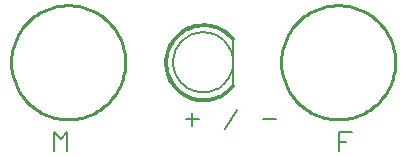
<source format=gto>
G75*
G70*
%OFA0B0*%
%FSLAX24Y24*%
%IPPOS*%
%LPD*%
%AMOC8*
5,1,8,0,0,1.08239X$1,22.5*
%
%ADD10C,0.0100*%
%ADD11C,0.0060*%
%ADD12C,0.0080*%
%ADD13C,0.0010*%
D10*
X001200Y005100D02*
X001202Y005193D01*
X001209Y005286D01*
X001221Y005379D01*
X001237Y005471D01*
X001257Y005562D01*
X001282Y005652D01*
X001311Y005740D01*
X001345Y005827D01*
X001382Y005912D01*
X001424Y005996D01*
X001470Y006077D01*
X001520Y006156D01*
X001574Y006232D01*
X001631Y006305D01*
X001692Y006376D01*
X001756Y006444D01*
X001824Y006508D01*
X001895Y006569D01*
X001968Y006626D01*
X002044Y006680D01*
X002123Y006730D01*
X002204Y006776D01*
X002288Y006818D01*
X002373Y006855D01*
X002460Y006889D01*
X002548Y006918D01*
X002638Y006943D01*
X002729Y006963D01*
X002821Y006979D01*
X002914Y006991D01*
X003007Y006998D01*
X003100Y007000D01*
X003193Y006998D01*
X003286Y006991D01*
X003379Y006979D01*
X003471Y006963D01*
X003562Y006943D01*
X003652Y006918D01*
X003740Y006889D01*
X003827Y006855D01*
X003912Y006818D01*
X003996Y006776D01*
X004077Y006730D01*
X004156Y006680D01*
X004232Y006626D01*
X004305Y006569D01*
X004376Y006508D01*
X004444Y006444D01*
X004508Y006376D01*
X004569Y006305D01*
X004626Y006232D01*
X004680Y006156D01*
X004730Y006077D01*
X004776Y005996D01*
X004818Y005912D01*
X004855Y005827D01*
X004889Y005740D01*
X004918Y005652D01*
X004943Y005562D01*
X004963Y005471D01*
X004979Y005379D01*
X004991Y005286D01*
X004998Y005193D01*
X005000Y005100D01*
X004998Y005007D01*
X004991Y004914D01*
X004979Y004821D01*
X004963Y004729D01*
X004943Y004638D01*
X004918Y004548D01*
X004889Y004460D01*
X004855Y004373D01*
X004818Y004288D01*
X004776Y004204D01*
X004730Y004123D01*
X004680Y004044D01*
X004626Y003968D01*
X004569Y003895D01*
X004508Y003824D01*
X004444Y003756D01*
X004376Y003692D01*
X004305Y003631D01*
X004232Y003574D01*
X004156Y003520D01*
X004077Y003470D01*
X003996Y003424D01*
X003912Y003382D01*
X003827Y003345D01*
X003740Y003311D01*
X003652Y003282D01*
X003562Y003257D01*
X003471Y003237D01*
X003379Y003221D01*
X003286Y003209D01*
X003193Y003202D01*
X003100Y003200D01*
X003007Y003202D01*
X002914Y003209D01*
X002821Y003221D01*
X002729Y003237D01*
X002638Y003257D01*
X002548Y003282D01*
X002460Y003311D01*
X002373Y003345D01*
X002288Y003382D01*
X002204Y003424D01*
X002123Y003470D01*
X002044Y003520D01*
X001968Y003574D01*
X001895Y003631D01*
X001824Y003692D01*
X001756Y003756D01*
X001692Y003824D01*
X001631Y003895D01*
X001574Y003968D01*
X001520Y004044D01*
X001470Y004123D01*
X001424Y004204D01*
X001382Y004288D01*
X001345Y004373D01*
X001311Y004460D01*
X001282Y004548D01*
X001257Y004638D01*
X001237Y004729D01*
X001221Y004821D01*
X001209Y004914D01*
X001202Y005007D01*
X001200Y005100D01*
X010200Y005100D02*
X010202Y005193D01*
X010209Y005286D01*
X010221Y005379D01*
X010237Y005471D01*
X010257Y005562D01*
X010282Y005652D01*
X010311Y005740D01*
X010345Y005827D01*
X010382Y005912D01*
X010424Y005996D01*
X010470Y006077D01*
X010520Y006156D01*
X010574Y006232D01*
X010631Y006305D01*
X010692Y006376D01*
X010756Y006444D01*
X010824Y006508D01*
X010895Y006569D01*
X010968Y006626D01*
X011044Y006680D01*
X011123Y006730D01*
X011204Y006776D01*
X011288Y006818D01*
X011373Y006855D01*
X011460Y006889D01*
X011548Y006918D01*
X011638Y006943D01*
X011729Y006963D01*
X011821Y006979D01*
X011914Y006991D01*
X012007Y006998D01*
X012100Y007000D01*
X012193Y006998D01*
X012286Y006991D01*
X012379Y006979D01*
X012471Y006963D01*
X012562Y006943D01*
X012652Y006918D01*
X012740Y006889D01*
X012827Y006855D01*
X012912Y006818D01*
X012996Y006776D01*
X013077Y006730D01*
X013156Y006680D01*
X013232Y006626D01*
X013305Y006569D01*
X013376Y006508D01*
X013444Y006444D01*
X013508Y006376D01*
X013569Y006305D01*
X013626Y006232D01*
X013680Y006156D01*
X013730Y006077D01*
X013776Y005996D01*
X013818Y005912D01*
X013855Y005827D01*
X013889Y005740D01*
X013918Y005652D01*
X013943Y005562D01*
X013963Y005471D01*
X013979Y005379D01*
X013991Y005286D01*
X013998Y005193D01*
X014000Y005100D01*
X013998Y005007D01*
X013991Y004914D01*
X013979Y004821D01*
X013963Y004729D01*
X013943Y004638D01*
X013918Y004548D01*
X013889Y004460D01*
X013855Y004373D01*
X013818Y004288D01*
X013776Y004204D01*
X013730Y004123D01*
X013680Y004044D01*
X013626Y003968D01*
X013569Y003895D01*
X013508Y003824D01*
X013444Y003756D01*
X013376Y003692D01*
X013305Y003631D01*
X013232Y003574D01*
X013156Y003520D01*
X013077Y003470D01*
X012996Y003424D01*
X012912Y003382D01*
X012827Y003345D01*
X012740Y003311D01*
X012652Y003282D01*
X012562Y003257D01*
X012471Y003237D01*
X012379Y003221D01*
X012286Y003209D01*
X012193Y003202D01*
X012100Y003200D01*
X012007Y003202D01*
X011914Y003209D01*
X011821Y003221D01*
X011729Y003237D01*
X011638Y003257D01*
X011548Y003282D01*
X011460Y003311D01*
X011373Y003345D01*
X011288Y003382D01*
X011204Y003424D01*
X011123Y003470D01*
X011044Y003520D01*
X010968Y003574D01*
X010895Y003631D01*
X010824Y003692D01*
X010756Y003756D01*
X010692Y003824D01*
X010631Y003895D01*
X010574Y003968D01*
X010520Y004044D01*
X010470Y004123D01*
X010424Y004204D01*
X010382Y004288D01*
X010345Y004373D01*
X010311Y004460D01*
X010282Y004548D01*
X010257Y004638D01*
X010237Y004729D01*
X010221Y004821D01*
X010209Y004914D01*
X010202Y005007D01*
X010200Y005100D01*
D11*
X002630Y002771D02*
X002630Y002130D01*
X003057Y002130D02*
X003057Y002771D01*
X002844Y002557D01*
X002630Y002771D01*
X007025Y003200D02*
X007452Y003200D01*
X007238Y002987D02*
X007238Y003414D01*
X008314Y002880D02*
X008741Y003521D01*
X009603Y003200D02*
X010030Y003200D01*
X012130Y002771D02*
X012130Y002130D01*
X012130Y002450D02*
X012344Y002450D01*
X012130Y002771D02*
X012557Y002771D01*
X006600Y005100D02*
X006602Y005163D01*
X006608Y005225D01*
X006618Y005287D01*
X006631Y005349D01*
X006649Y005409D01*
X006670Y005468D01*
X006695Y005526D01*
X006724Y005582D01*
X006756Y005636D01*
X006791Y005688D01*
X006829Y005737D01*
X006871Y005785D01*
X006915Y005829D01*
X006963Y005871D01*
X007012Y005909D01*
X007064Y005944D01*
X007118Y005976D01*
X007174Y006005D01*
X007232Y006030D01*
X007291Y006051D01*
X007351Y006069D01*
X007413Y006082D01*
X007475Y006092D01*
X007537Y006098D01*
X007600Y006100D01*
X007663Y006098D01*
X007725Y006092D01*
X007787Y006082D01*
X007849Y006069D01*
X007909Y006051D01*
X007968Y006030D01*
X008026Y006005D01*
X008082Y005976D01*
X008136Y005944D01*
X008188Y005909D01*
X008237Y005871D01*
X008285Y005829D01*
X008329Y005785D01*
X008371Y005737D01*
X008409Y005688D01*
X008444Y005636D01*
X008476Y005582D01*
X008505Y005526D01*
X008530Y005468D01*
X008551Y005409D01*
X008569Y005349D01*
X008582Y005287D01*
X008592Y005225D01*
X008598Y005163D01*
X008600Y005100D01*
X008598Y005037D01*
X008592Y004975D01*
X008582Y004913D01*
X008569Y004851D01*
X008551Y004791D01*
X008530Y004732D01*
X008505Y004674D01*
X008476Y004618D01*
X008444Y004564D01*
X008409Y004512D01*
X008371Y004463D01*
X008329Y004415D01*
X008285Y004371D01*
X008237Y004329D01*
X008188Y004291D01*
X008136Y004256D01*
X008082Y004224D01*
X008026Y004195D01*
X007968Y004170D01*
X007909Y004149D01*
X007849Y004131D01*
X007787Y004118D01*
X007725Y004108D01*
X007663Y004102D01*
X007600Y004100D01*
X007537Y004102D01*
X007475Y004108D01*
X007413Y004118D01*
X007351Y004131D01*
X007291Y004149D01*
X007232Y004170D01*
X007174Y004195D01*
X007118Y004224D01*
X007064Y004256D01*
X007012Y004291D01*
X006963Y004329D01*
X006915Y004371D01*
X006871Y004415D01*
X006829Y004463D01*
X006791Y004512D01*
X006756Y004564D01*
X006724Y004618D01*
X006695Y004674D01*
X006670Y004732D01*
X006649Y004791D01*
X006631Y004851D01*
X006618Y004913D01*
X006608Y004975D01*
X006602Y005037D01*
X006600Y005100D01*
D12*
X008600Y004350D02*
X008600Y005850D01*
D13*
X008632Y005880D02*
X008560Y005826D01*
X008561Y005827D02*
X008518Y005880D01*
X008473Y005931D01*
X008424Y005979D01*
X008373Y006024D01*
X008319Y006067D01*
X008263Y006106D01*
X008205Y006142D01*
X008145Y006175D01*
X008084Y006204D01*
X008020Y006229D01*
X007956Y006251D01*
X007890Y006270D01*
X007823Y006284D01*
X007756Y006295D01*
X007688Y006302D01*
X007620Y006305D01*
X007551Y006304D01*
X007483Y006299D01*
X007415Y006291D01*
X007348Y006278D01*
X007282Y006262D01*
X007217Y006242D01*
X007152Y006219D01*
X007090Y006192D01*
X007029Y006161D01*
X006970Y006127D01*
X006912Y006090D01*
X006857Y006049D01*
X006805Y006005D01*
X006755Y005959D01*
X006708Y005910D01*
X006663Y005858D01*
X006622Y005804D01*
X006583Y005747D01*
X006548Y005688D01*
X006517Y005628D01*
X006489Y005566D01*
X006464Y005502D01*
X006443Y005437D01*
X006426Y005371D01*
X006412Y005304D01*
X006403Y005236D01*
X006397Y005168D01*
X006395Y005100D01*
X006397Y005032D01*
X006403Y004964D01*
X006412Y004896D01*
X006426Y004829D01*
X006443Y004763D01*
X006464Y004698D01*
X006489Y004634D01*
X006517Y004572D01*
X006548Y004512D01*
X006583Y004453D01*
X006622Y004396D01*
X006663Y004342D01*
X006708Y004290D01*
X006755Y004241D01*
X006805Y004195D01*
X006857Y004151D01*
X006912Y004110D01*
X006970Y004073D01*
X007029Y004039D01*
X007090Y004008D01*
X007152Y003981D01*
X007217Y003958D01*
X007282Y003938D01*
X007348Y003922D01*
X007415Y003909D01*
X007483Y003901D01*
X007551Y003896D01*
X007620Y003895D01*
X007688Y003898D01*
X007756Y003905D01*
X007823Y003916D01*
X007890Y003930D01*
X007956Y003949D01*
X008020Y003971D01*
X008084Y003996D01*
X008145Y004025D01*
X008205Y004058D01*
X008263Y004094D01*
X008319Y004133D01*
X008373Y004176D01*
X008424Y004221D01*
X008473Y004269D01*
X008518Y004320D01*
X008561Y004373D01*
X008632Y004320D01*
X008633Y004319D01*
X008589Y004264D01*
X008541Y004211D01*
X008491Y004160D01*
X008438Y004113D01*
X008383Y004069D01*
X008325Y004027D01*
X008265Y003989D01*
X008204Y003954D01*
X008140Y003923D01*
X008075Y003895D01*
X008008Y003871D01*
X007940Y003850D01*
X007871Y003834D01*
X007801Y003821D01*
X007731Y003812D01*
X007660Y003806D01*
X007589Y003805D01*
X007518Y003808D01*
X007447Y003814D01*
X007377Y003824D01*
X007308Y003838D01*
X007239Y003856D01*
X007171Y003878D01*
X007105Y003903D01*
X007040Y003932D01*
X006977Y003965D01*
X006916Y004001D01*
X006857Y004040D01*
X006800Y004082D01*
X006745Y004127D01*
X006693Y004176D01*
X006644Y004227D01*
X006597Y004280D01*
X006554Y004337D01*
X006514Y004395D01*
X006477Y004456D01*
X006443Y004518D01*
X006413Y004582D01*
X006386Y004648D01*
X006363Y004715D01*
X006344Y004784D01*
X006329Y004853D01*
X006317Y004923D01*
X006309Y004994D01*
X006305Y005065D01*
X006305Y005135D01*
X006309Y005206D01*
X006317Y005277D01*
X006329Y005347D01*
X006344Y005416D01*
X006363Y005485D01*
X006386Y005552D01*
X006413Y005618D01*
X006443Y005682D01*
X006477Y005744D01*
X006514Y005805D01*
X006554Y005863D01*
X006597Y005920D01*
X006644Y005973D01*
X006693Y006024D01*
X006745Y006073D01*
X006800Y006118D01*
X006857Y006160D01*
X006916Y006199D01*
X006977Y006235D01*
X007040Y006268D01*
X007105Y006297D01*
X007171Y006322D01*
X007239Y006344D01*
X007308Y006362D01*
X007377Y006376D01*
X007447Y006386D01*
X007518Y006392D01*
X007589Y006395D01*
X007660Y006394D01*
X007731Y006388D01*
X007801Y006379D01*
X007871Y006366D01*
X007940Y006350D01*
X008008Y006329D01*
X008075Y006305D01*
X008140Y006277D01*
X008204Y006246D01*
X008265Y006211D01*
X008325Y006173D01*
X008383Y006131D01*
X008438Y006087D01*
X008491Y006040D01*
X008541Y005989D01*
X008589Y005936D01*
X008633Y005881D01*
X008626Y005876D01*
X008581Y005931D01*
X008534Y005984D01*
X008483Y006035D01*
X008430Y006082D01*
X008374Y006127D01*
X008316Y006168D01*
X008256Y006206D01*
X008194Y006241D01*
X008130Y006272D01*
X008064Y006299D01*
X007997Y006323D01*
X007928Y006343D01*
X007859Y006360D01*
X007789Y006372D01*
X007718Y006381D01*
X007647Y006385D01*
X007576Y006386D01*
X007505Y006382D01*
X007434Y006375D01*
X007363Y006364D01*
X007294Y006349D01*
X007225Y006330D01*
X007157Y006307D01*
X007091Y006281D01*
X007026Y006251D01*
X006964Y006217D01*
X006903Y006181D01*
X006844Y006140D01*
X006787Y006097D01*
X006733Y006050D01*
X006682Y006001D01*
X006634Y005948D01*
X006588Y005894D01*
X006546Y005836D01*
X006507Y005777D01*
X006471Y005715D01*
X006438Y005652D01*
X006410Y005587D01*
X006384Y005520D01*
X006363Y005452D01*
X006345Y005383D01*
X006332Y005313D01*
X006322Y005242D01*
X006316Y005171D01*
X006314Y005100D01*
X006316Y005029D01*
X006322Y004958D01*
X006332Y004887D01*
X006345Y004817D01*
X006363Y004748D01*
X006384Y004680D01*
X006410Y004613D01*
X006438Y004548D01*
X006471Y004485D01*
X006507Y004423D01*
X006546Y004364D01*
X006588Y004306D01*
X006634Y004252D01*
X006682Y004199D01*
X006733Y004150D01*
X006787Y004103D01*
X006844Y004060D01*
X006903Y004019D01*
X006964Y003983D01*
X007026Y003949D01*
X007091Y003919D01*
X007157Y003893D01*
X007225Y003870D01*
X007294Y003851D01*
X007363Y003836D01*
X007434Y003825D01*
X007505Y003818D01*
X007576Y003814D01*
X007647Y003815D01*
X007718Y003819D01*
X007789Y003828D01*
X007859Y003840D01*
X007928Y003857D01*
X007997Y003877D01*
X008064Y003901D01*
X008130Y003928D01*
X008194Y003959D01*
X008256Y003994D01*
X008316Y004032D01*
X008374Y004073D01*
X008430Y004118D01*
X008483Y004165D01*
X008534Y004216D01*
X008581Y004269D01*
X008626Y004324D01*
X008619Y004330D01*
X008574Y004275D01*
X008527Y004222D01*
X008477Y004172D01*
X008424Y004125D01*
X008369Y004081D01*
X008311Y004039D01*
X008252Y004002D01*
X008190Y003967D01*
X008126Y003936D01*
X008061Y003909D01*
X007994Y003885D01*
X007926Y003865D01*
X007857Y003849D01*
X007788Y003837D01*
X007717Y003828D01*
X007647Y003824D01*
X007576Y003823D01*
X007505Y003827D01*
X007435Y003834D01*
X007365Y003845D01*
X007296Y003860D01*
X007228Y003879D01*
X007160Y003901D01*
X007095Y003927D01*
X007030Y003957D01*
X006968Y003990D01*
X006908Y004027D01*
X006849Y004067D01*
X006793Y004110D01*
X006739Y004156D01*
X006689Y004206D01*
X006640Y004257D01*
X006595Y004312D01*
X006553Y004369D01*
X006514Y004428D01*
X006479Y004489D01*
X006446Y004552D01*
X006418Y004617D01*
X006393Y004683D01*
X006372Y004751D01*
X006354Y004819D01*
X006341Y004889D01*
X006331Y004959D01*
X006325Y005029D01*
X006323Y005100D01*
X006325Y005171D01*
X006331Y005241D01*
X006341Y005311D01*
X006354Y005381D01*
X006372Y005449D01*
X006393Y005517D01*
X006418Y005583D01*
X006446Y005648D01*
X006479Y005711D01*
X006514Y005772D01*
X006553Y005831D01*
X006595Y005888D01*
X006640Y005943D01*
X006689Y005994D01*
X006739Y006044D01*
X006793Y006090D01*
X006849Y006133D01*
X006908Y006173D01*
X006968Y006210D01*
X007030Y006243D01*
X007095Y006273D01*
X007160Y006299D01*
X007228Y006321D01*
X007296Y006340D01*
X007365Y006355D01*
X007435Y006366D01*
X007505Y006373D01*
X007576Y006377D01*
X007647Y006376D01*
X007717Y006372D01*
X007788Y006363D01*
X007857Y006351D01*
X007926Y006335D01*
X007994Y006315D01*
X008061Y006291D01*
X008126Y006264D01*
X008190Y006233D01*
X008252Y006198D01*
X008311Y006161D01*
X008369Y006119D01*
X008424Y006075D01*
X008477Y006028D01*
X008527Y005978D01*
X008574Y005925D01*
X008619Y005870D01*
X008611Y005865D01*
X008567Y005920D01*
X008519Y005973D01*
X008469Y006023D01*
X008416Y006071D01*
X008360Y006115D01*
X008302Y006156D01*
X008242Y006193D01*
X008180Y006228D01*
X008116Y006258D01*
X008050Y006285D01*
X007983Y006309D01*
X007915Y006328D01*
X007845Y006344D01*
X007775Y006356D01*
X007705Y006364D01*
X007634Y006368D01*
X007563Y006367D01*
X007492Y006363D01*
X007421Y006355D01*
X007351Y006343D01*
X007282Y006327D01*
X007214Y006308D01*
X007146Y006284D01*
X007081Y006257D01*
X007017Y006226D01*
X006955Y006192D01*
X006895Y006154D01*
X006837Y006112D01*
X006781Y006068D01*
X006728Y006021D01*
X006678Y005970D01*
X006631Y005917D01*
X006586Y005862D01*
X006545Y005804D01*
X006508Y005744D01*
X006473Y005681D01*
X006442Y005617D01*
X006415Y005552D01*
X006392Y005485D01*
X006372Y005416D01*
X006356Y005347D01*
X006344Y005277D01*
X006336Y005206D01*
X006332Y005136D01*
X006332Y005064D01*
X006336Y004994D01*
X006344Y004923D01*
X006356Y004853D01*
X006372Y004784D01*
X006392Y004715D01*
X006415Y004648D01*
X006442Y004583D01*
X006473Y004519D01*
X006508Y004456D01*
X006545Y004396D01*
X006586Y004338D01*
X006631Y004283D01*
X006678Y004230D01*
X006728Y004179D01*
X006781Y004132D01*
X006837Y004088D01*
X006895Y004046D01*
X006955Y004008D01*
X007017Y003974D01*
X007081Y003943D01*
X007146Y003916D01*
X007214Y003892D01*
X007282Y003873D01*
X007351Y003857D01*
X007421Y003845D01*
X007492Y003837D01*
X007563Y003833D01*
X007634Y003832D01*
X007705Y003836D01*
X007775Y003844D01*
X007845Y003856D01*
X007915Y003872D01*
X007983Y003891D01*
X008050Y003915D01*
X008116Y003942D01*
X008180Y003972D01*
X008242Y004007D01*
X008302Y004044D01*
X008360Y004085D01*
X008416Y004129D01*
X008469Y004177D01*
X008519Y004227D01*
X008567Y004280D01*
X008611Y004335D01*
X008604Y004341D01*
X008560Y004286D01*
X008513Y004233D01*
X008463Y004183D01*
X008410Y004136D01*
X008355Y004092D01*
X008297Y004052D01*
X008238Y004014D01*
X008176Y003980D01*
X008112Y003950D01*
X008047Y003923D01*
X007980Y003900D01*
X007912Y003880D01*
X007844Y003865D01*
X007774Y003853D01*
X007704Y003845D01*
X007633Y003841D01*
X007563Y003842D01*
X007492Y003846D01*
X007422Y003854D01*
X007353Y003866D01*
X007284Y003881D01*
X007216Y003901D01*
X007150Y003924D01*
X007085Y003951D01*
X007021Y003982D01*
X006959Y004016D01*
X006900Y004054D01*
X006842Y004095D01*
X006787Y004139D01*
X006734Y004186D01*
X006685Y004236D01*
X006638Y004288D01*
X006594Y004344D01*
X006553Y004401D01*
X006515Y004461D01*
X006481Y004523D01*
X006451Y004586D01*
X006424Y004651D01*
X006400Y004718D01*
X006381Y004786D01*
X006365Y004855D01*
X006353Y004924D01*
X006345Y004994D01*
X006341Y005065D01*
X006341Y005135D01*
X006345Y005206D01*
X006353Y005276D01*
X006365Y005345D01*
X006381Y005414D01*
X006400Y005482D01*
X006424Y005549D01*
X006451Y005614D01*
X006481Y005677D01*
X006515Y005739D01*
X006553Y005799D01*
X006594Y005856D01*
X006638Y005912D01*
X006685Y005964D01*
X006734Y006014D01*
X006787Y006061D01*
X006842Y006105D01*
X006900Y006146D01*
X006959Y006184D01*
X007021Y006218D01*
X007085Y006249D01*
X007150Y006276D01*
X007216Y006299D01*
X007284Y006319D01*
X007353Y006334D01*
X007422Y006346D01*
X007492Y006354D01*
X007563Y006358D01*
X007633Y006359D01*
X007704Y006355D01*
X007774Y006347D01*
X007844Y006335D01*
X007912Y006320D01*
X007980Y006300D01*
X008047Y006277D01*
X008112Y006250D01*
X008176Y006220D01*
X008238Y006186D01*
X008297Y006148D01*
X008355Y006108D01*
X008410Y006064D01*
X008463Y006017D01*
X008513Y005967D01*
X008560Y005914D01*
X008604Y005859D01*
X008597Y005854D01*
X008553Y005909D01*
X008506Y005961D01*
X008457Y006010D01*
X008404Y006057D01*
X008350Y006100D01*
X008292Y006141D01*
X008233Y006178D01*
X008172Y006212D01*
X008108Y006242D01*
X008044Y006269D01*
X007977Y006292D01*
X007910Y006311D01*
X007842Y006326D01*
X007773Y006338D01*
X007703Y006346D01*
X007633Y006350D01*
X007563Y006349D01*
X007493Y006345D01*
X007424Y006337D01*
X007355Y006326D01*
X007286Y006310D01*
X007219Y006291D01*
X007153Y006267D01*
X007088Y006240D01*
X007025Y006210D01*
X006964Y006176D01*
X006905Y006139D01*
X006847Y006098D01*
X006793Y006054D01*
X006741Y006008D01*
X006691Y005958D01*
X006644Y005906D01*
X006601Y005851D01*
X006560Y005794D01*
X006523Y005735D01*
X006489Y005673D01*
X006459Y005610D01*
X006432Y005545D01*
X006409Y005479D01*
X006390Y005412D01*
X006374Y005344D01*
X006362Y005275D01*
X006354Y005205D01*
X006350Y005135D01*
X006350Y005065D01*
X006354Y004995D01*
X006362Y004925D01*
X006374Y004856D01*
X006390Y004788D01*
X006409Y004721D01*
X006432Y004655D01*
X006459Y004590D01*
X006489Y004527D01*
X006523Y004465D01*
X006560Y004406D01*
X006601Y004349D01*
X006644Y004294D01*
X006691Y004242D01*
X006741Y004192D01*
X006793Y004146D01*
X006847Y004102D01*
X006905Y004061D01*
X006964Y004024D01*
X007025Y003990D01*
X007088Y003960D01*
X007153Y003933D01*
X007219Y003909D01*
X007286Y003890D01*
X007355Y003874D01*
X007424Y003863D01*
X007493Y003855D01*
X007563Y003851D01*
X007633Y003850D01*
X007703Y003854D01*
X007773Y003862D01*
X007842Y003874D01*
X007910Y003889D01*
X007977Y003908D01*
X008044Y003931D01*
X008108Y003958D01*
X008172Y003988D01*
X008233Y004022D01*
X008292Y004059D01*
X008350Y004100D01*
X008404Y004143D01*
X008457Y004190D01*
X008506Y004239D01*
X008553Y004291D01*
X008597Y004346D01*
X008590Y004351D01*
X008546Y004297D01*
X008500Y004245D01*
X008451Y004196D01*
X008399Y004150D01*
X008344Y004107D01*
X008287Y004067D01*
X008228Y004030D01*
X008167Y003996D01*
X008105Y003966D01*
X008040Y003940D01*
X007975Y003917D01*
X007908Y003898D01*
X007840Y003882D01*
X007771Y003871D01*
X007702Y003863D01*
X007633Y003859D01*
X007563Y003860D01*
X007494Y003864D01*
X007425Y003871D01*
X007356Y003883D01*
X007289Y003899D01*
X007222Y003918D01*
X007156Y003941D01*
X007092Y003968D01*
X007029Y003998D01*
X006968Y004032D01*
X006910Y004069D01*
X006853Y004109D01*
X006799Y004152D01*
X006747Y004199D01*
X006698Y004248D01*
X006651Y004300D01*
X006608Y004354D01*
X006568Y004411D01*
X006531Y004470D01*
X006497Y004531D01*
X006467Y004594D01*
X006440Y004658D01*
X006417Y004723D01*
X006398Y004790D01*
X006383Y004858D01*
X006371Y004927D01*
X006363Y004996D01*
X006359Y005065D01*
X006359Y005135D01*
X006363Y005204D01*
X006371Y005273D01*
X006383Y005342D01*
X006398Y005410D01*
X006417Y005477D01*
X006440Y005542D01*
X006467Y005606D01*
X006497Y005669D01*
X006531Y005730D01*
X006568Y005789D01*
X006608Y005846D01*
X006651Y005900D01*
X006698Y005952D01*
X006747Y006001D01*
X006799Y006048D01*
X006853Y006091D01*
X006910Y006131D01*
X006968Y006168D01*
X007029Y006202D01*
X007092Y006232D01*
X007156Y006259D01*
X007222Y006282D01*
X007289Y006301D01*
X007356Y006317D01*
X007425Y006329D01*
X007494Y006336D01*
X007563Y006340D01*
X007633Y006341D01*
X007702Y006337D01*
X007771Y006329D01*
X007840Y006318D01*
X007908Y006302D01*
X007975Y006283D01*
X008040Y006260D01*
X008105Y006234D01*
X008167Y006204D01*
X008228Y006170D01*
X008287Y006133D01*
X008344Y006093D01*
X008399Y006050D01*
X008451Y006004D01*
X008500Y005955D01*
X008546Y005903D01*
X008590Y005849D01*
X008583Y005843D01*
X008539Y005897D01*
X008493Y005948D01*
X008444Y005997D01*
X008393Y006043D01*
X008339Y006086D01*
X008282Y006126D01*
X008224Y006162D01*
X008163Y006196D01*
X008101Y006226D01*
X008037Y006252D01*
X007972Y006274D01*
X007906Y006293D01*
X007838Y006309D01*
X007770Y006320D01*
X007702Y006328D01*
X007633Y006332D01*
X007564Y006331D01*
X007495Y006327D01*
X007426Y006320D01*
X007358Y006308D01*
X007291Y006293D01*
X007224Y006273D01*
X007159Y006250D01*
X007096Y006224D01*
X007033Y006194D01*
X006973Y006161D01*
X006915Y006124D01*
X006858Y006084D01*
X006804Y006041D01*
X006753Y005995D01*
X006704Y005946D01*
X006658Y005894D01*
X006615Y005840D01*
X006575Y005784D01*
X006539Y005725D01*
X006505Y005665D01*
X006475Y005603D01*
X006449Y005539D01*
X006426Y005474D01*
X006407Y005407D01*
X006392Y005340D01*
X006380Y005272D01*
X006372Y005203D01*
X006368Y005135D01*
X006368Y005065D01*
X006372Y004997D01*
X006380Y004928D01*
X006392Y004860D01*
X006407Y004793D01*
X006426Y004726D01*
X006449Y004661D01*
X006475Y004597D01*
X006505Y004535D01*
X006539Y004475D01*
X006575Y004416D01*
X006615Y004360D01*
X006658Y004306D01*
X006704Y004254D01*
X006753Y004205D01*
X006804Y004159D01*
X006858Y004116D01*
X006915Y004076D01*
X006973Y004039D01*
X007033Y004006D01*
X007096Y003976D01*
X007159Y003950D01*
X007224Y003927D01*
X007291Y003907D01*
X007358Y003892D01*
X007426Y003880D01*
X007495Y003873D01*
X007564Y003869D01*
X007633Y003868D01*
X007702Y003872D01*
X007770Y003880D01*
X007838Y003891D01*
X007906Y003907D01*
X007972Y003926D01*
X008037Y003948D01*
X008101Y003974D01*
X008163Y004004D01*
X008224Y004038D01*
X008282Y004074D01*
X008339Y004114D01*
X008393Y004157D01*
X008444Y004203D01*
X008493Y004252D01*
X008539Y004303D01*
X008583Y004357D01*
X008575Y004362D01*
X008532Y004308D01*
X008486Y004257D01*
X008436Y004208D01*
X008385Y004162D01*
X008330Y004119D01*
X008273Y004079D01*
X008215Y004043D01*
X008154Y004009D01*
X008091Y003980D01*
X008027Y003954D01*
X007961Y003932D01*
X007894Y003913D01*
X007827Y003898D01*
X007758Y003887D01*
X007689Y003880D01*
X007620Y003877D01*
X007551Y003878D01*
X007481Y003883D01*
X007413Y003891D01*
X007345Y003904D01*
X007277Y003920D01*
X007211Y003941D01*
X007146Y003964D01*
X007082Y003992D01*
X007020Y004023D01*
X006960Y004058D01*
X006902Y004096D01*
X006846Y004137D01*
X006793Y004181D01*
X006742Y004228D01*
X006694Y004278D01*
X006649Y004331D01*
X006607Y004386D01*
X006568Y004443D01*
X006533Y004503D01*
X006501Y004564D01*
X006472Y004627D01*
X006447Y004692D01*
X006426Y004758D01*
X006408Y004825D01*
X006395Y004893D01*
X006385Y004962D01*
X006379Y005031D01*
X006377Y005100D01*
X006379Y005169D01*
X006385Y005238D01*
X006395Y005307D01*
X006408Y005375D01*
X006426Y005442D01*
X006447Y005508D01*
X006472Y005573D01*
X006501Y005636D01*
X006533Y005697D01*
X006568Y005757D01*
X006607Y005814D01*
X006649Y005869D01*
X006694Y005922D01*
X006742Y005972D01*
X006793Y006019D01*
X006846Y006063D01*
X006902Y006104D01*
X006960Y006142D01*
X007020Y006177D01*
X007082Y006208D01*
X007146Y006236D01*
X007211Y006259D01*
X007277Y006280D01*
X007345Y006296D01*
X007413Y006309D01*
X007481Y006317D01*
X007551Y006322D01*
X007620Y006323D01*
X007689Y006320D01*
X007758Y006313D01*
X007827Y006302D01*
X007894Y006287D01*
X007961Y006268D01*
X008027Y006246D01*
X008091Y006220D01*
X008154Y006191D01*
X008215Y006157D01*
X008273Y006121D01*
X008330Y006081D01*
X008385Y006038D01*
X008436Y005992D01*
X008486Y005943D01*
X008532Y005892D01*
X008575Y005838D01*
X008568Y005832D01*
X008525Y005886D01*
X008479Y005937D01*
X008430Y005986D01*
X008379Y006031D01*
X008325Y006074D01*
X008268Y006113D01*
X008210Y006150D01*
X008150Y006183D01*
X008087Y006212D01*
X008024Y006238D01*
X007958Y006260D01*
X007892Y006278D01*
X007825Y006293D01*
X007757Y006304D01*
X007688Y006311D01*
X007620Y006314D01*
X007551Y006313D01*
X007482Y006308D01*
X007414Y006300D01*
X007346Y006287D01*
X007280Y006271D01*
X007214Y006251D01*
X007149Y006227D01*
X007086Y006200D01*
X007025Y006169D01*
X006965Y006135D01*
X006907Y006097D01*
X006852Y006056D01*
X006799Y006012D01*
X006749Y005965D01*
X006701Y005916D01*
X006656Y005864D01*
X006614Y005809D01*
X006576Y005752D01*
X006541Y005693D01*
X006509Y005632D01*
X006480Y005569D01*
X006456Y005505D01*
X006434Y005439D01*
X006417Y005373D01*
X006404Y005305D01*
X006394Y005237D01*
X006388Y005169D01*
X006386Y005100D01*
X006388Y005031D01*
X006394Y004963D01*
X006404Y004895D01*
X006417Y004827D01*
X006434Y004761D01*
X006456Y004695D01*
X006480Y004631D01*
X006509Y004568D01*
X006541Y004507D01*
X006576Y004448D01*
X006614Y004391D01*
X006656Y004336D01*
X006701Y004284D01*
X006749Y004235D01*
X006799Y004188D01*
X006852Y004144D01*
X006907Y004103D01*
X006965Y004065D01*
X007025Y004031D01*
X007086Y004000D01*
X007149Y003973D01*
X007214Y003949D01*
X007280Y003929D01*
X007346Y003913D01*
X007414Y003900D01*
X007482Y003892D01*
X007551Y003887D01*
X007620Y003886D01*
X007688Y003889D01*
X007757Y003896D01*
X007825Y003907D01*
X007892Y003922D01*
X007958Y003940D01*
X008024Y003962D01*
X008087Y003988D01*
X008150Y004017D01*
X008210Y004050D01*
X008268Y004087D01*
X008325Y004126D01*
X008379Y004169D01*
X008430Y004214D01*
X008479Y004263D01*
X008525Y004314D01*
X008568Y004368D01*
M02*

</source>
